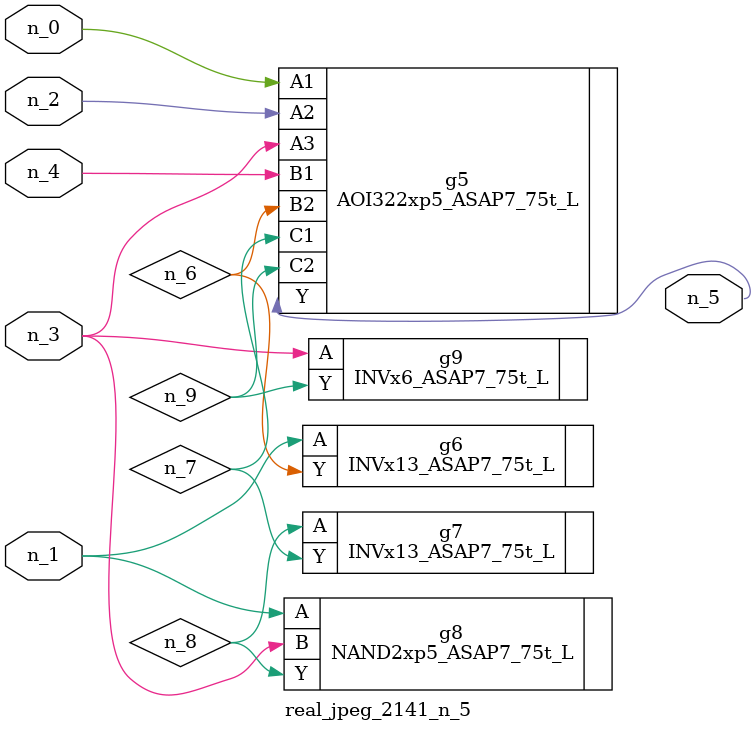
<source format=v>
module real_jpeg_2141_n_5 (n_4, n_0, n_1, n_2, n_3, n_5);

input n_4;
input n_0;
input n_1;
input n_2;
input n_3;

output n_5;

wire n_8;
wire n_6;
wire n_7;
wire n_9;

AOI322xp5_ASAP7_75t_L g5 ( 
.A1(n_0),
.A2(n_2),
.A3(n_3),
.B1(n_4),
.B2(n_6),
.C1(n_7),
.C2(n_9),
.Y(n_5)
);

INVx13_ASAP7_75t_L g6 ( 
.A(n_1),
.Y(n_6)
);

NAND2xp5_ASAP7_75t_L g8 ( 
.A(n_1),
.B(n_3),
.Y(n_8)
);

INVx6_ASAP7_75t_L g9 ( 
.A(n_3),
.Y(n_9)
);

INVx13_ASAP7_75t_L g7 ( 
.A(n_8),
.Y(n_7)
);


endmodule
</source>
